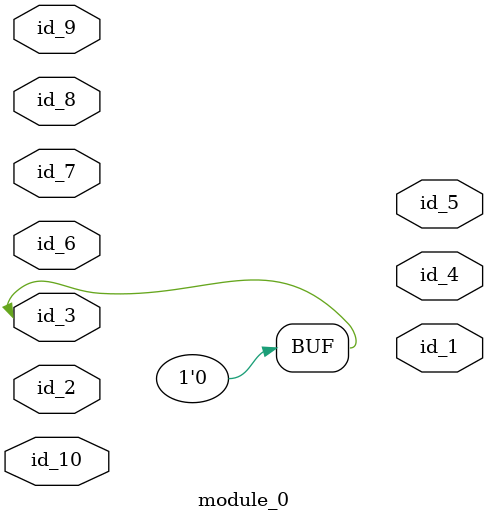
<source format=v>
`define pp_10 0
module module_0 (
    id_1,
    id_2,
    id_3,
    id_4,
    id_5,
    id_6,
    id_7,
    id_8,
    id_9,
    id_10
);
  inout id_10;
  input id_9;
  input id_8;
  input id_7;
  inout id_6;
  output id_5;
  output id_4;
  inout id_3;
  inout id_2;
  output id_1;
  assign id_3 = "";
endmodule
`timescale 1ps / 1ps

</source>
